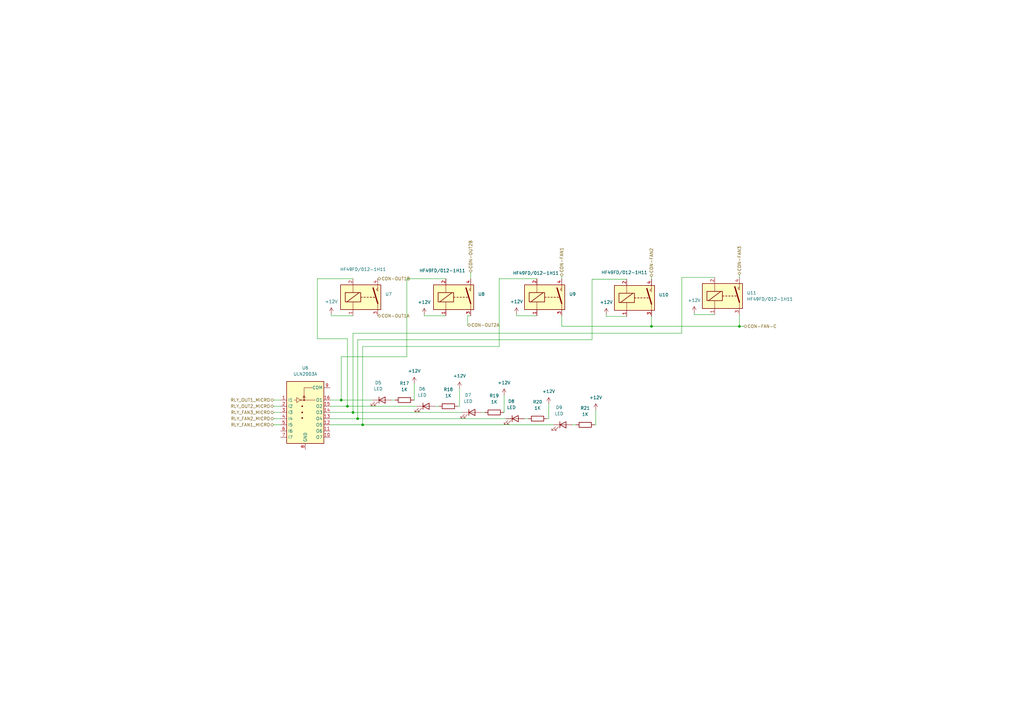
<source format=kicad_sch>
(kicad_sch (version 20230121) (generator eeschema)
  (paper "A3")
  (lib_symbols
    (symbol "Device:LED" (pin_numbers hide) (pin_names (offset 1.016) hide)
      (property "Reference" "D" (at 0 2.54 0))
      (property "Value" "LED" (at 0 -2.54 0))
      (symbol "LED_0_1"
        (polyline (pts (xy -1.27 -1.27) (xy -1.27 1.27)) (stroke (width 0.254)))
        (polyline (pts (xy -1.27 0) (xy 1.27 0)))
        (polyline (pts (xy 1.27 -1.27) (xy 1.27 1.27) (xy -1.27 0) (xy 1.27 -1.27)) (stroke (width 0.254)))
        (polyline (pts (xy -3.048 -0.762) (xy -4.572 -2.286) (xy -3.81 -2.286) (xy -4.572 -2.286) (xy -4.572 -1.524)))
        (polyline (pts (xy -1.778 -0.762) (xy -3.302 -2.286) (xy -2.54 -2.286) (xy -3.302 -2.286) (xy -3.302 -1.524)))
      )
      (symbol "LED_1_1"
        (pin passive line (at -3.81 0 0) (length 2.54) (name "K") (number "1"))
        (pin passive line (at 3.81 0 180) (length 2.54) (name "A") (number "2"))
      )
    )
    (symbol "Device:R" (pin_numbers hide) (pin_names (offset 0))
      (property "Reference" "R" (at 2.032 0 90))
      (property "Value" "R" (at 0 0 90))
      (symbol "R_0_1"
        (rectangle (start -1.016 -2.54) (end 1.016 2.54) (stroke (width 0.254)))
      )
      (symbol "R_1_1"
        (pin passive line (at 0 3.81 270) (length 1.27) (name "~") (number "1"))
        (pin passive line (at 0 -3.81 90) (length 1.27) (name "~") (number "2"))
      )
    )
    (symbol "Transistor_Array:ULN2003A"
      (property "Reference" "U" (at 0 15.875 0))
      (property "Value" "ULN2003A" (at 0 13.97 0))
      (symbol "ULN2003A_0_1"
        (rectangle (start -7.62 -12.7) (end 7.62 12.7) (stroke (width 0.254)) (fill (type background)))
        (circle (center -1.778 5.08) (radius 0.254))
        (circle (center -1.27 -2.286) (radius 0.254) (fill (type outline)))
        (circle (center -1.27 0) (radius 0.254) (fill (type outline)))
        (circle (center -1.27 2.54) (radius 0.254) (fill (type outline)))
        (circle (center -0.508 5.08) (radius 0.254) (fill (type outline)))
        (polyline (pts (xy -4.572 5.08) (xy -3.556 5.08)))
        (polyline (pts (xy -1.524 5.08) (xy 4.064 5.08)))
        (polyline (pts (xy 0 6.731) (xy -1.016 6.731)))
        (polyline (pts (xy -0.508 5.08) (xy -0.508 10.16) (xy 2.921 10.16)))
        (polyline (pts (xy -3.556 6.096) (xy -3.556 4.064) (xy -2.032 5.08) (xy -3.556 6.096)))
        (polyline (pts (xy 0 5.969) (xy -1.016 5.969) (xy -0.508 6.731) (xy 0 5.969)))
      )
      (symbol "ULN2003A_1_1"
        (pin input line (at -10.16 5.08 0) (length 2.54) (name "I1") (number "1"))
        (pin open_collector line (at 10.16 -10.16 180) (length 2.54) (name "O7") (number "10"))
        (pin open_collector line (at 10.16 -7.62 180) (length 2.54) (name "O6") (number "11"))
        (pin open_collector line (at 10.16 -5.08 180) (length 2.54) (name "O5") (number "12"))
        (pin open_collector line (at 10.16 -2.54 180) (length 2.54) (name "O4") (number "13"))
        (pin open_collector line (at 10.16 0 180) (length 2.54) (name "O3") (number "14"))
        (pin open_collector line (at 10.16 2.54 180) (length 2.54) (name "O2") (number "15"))
        (pin open_collector line (at 10.16 5.08 180) (length 2.54) (name "O1") (number "16"))
        (pin input line (at -10.16 2.54 0) (length 2.54) (name "I2") (number "2"))
        (pin input line (at -10.16 0 0) (length 2.54) (name "I3") (number "3"))
        (pin input line (at -10.16 -2.54 0) (length 2.54) (name "I4") (number "4"))
        (pin input line (at -10.16 -5.08 0) (length 2.54) (name "I5") (number "5"))
        (pin input line (at -10.16 -7.62 0) (length 2.54) (name "I6") (number "6"))
        (pin input line (at -10.16 -10.16 0) (length 2.54) (name "I7") (number "7"))
        (pin power_in line (at 0 -15.24 90) (length 2.54) (name "GND") (number "8"))
        (pin passive line (at 10.16 10.16 180) (length 2.54) (name "COM") (number "9"))
      )
    )
    (symbol "nuevos simvolos:AZ921"
      (property "Reference" "U" (at -12.7 1.27 0))
      (property "Value" "AZ921" (at -12.7 -1.27 0))
      (symbol "AZ921_0_0"
        (polyline (pts (xy 6.35 5.08) (xy 6.35 2.54) (xy 5.715 3.175) (xy 6.35 3.81)))
      )
      (symbol "AZ921_0_1"
        (rectangle (start -8.89 5.08) (end 7.62 -5.08) (stroke (width 0.254)) (fill (type background)))
        (rectangle (start -6.985 1.905) (end -0.635 -1.905) (stroke (width 0.254)))
        (polyline (pts (xy -6.35 -1.905) (xy -1.27 1.905)) (stroke (width 0.254)))
        (polyline (pts (xy -3.81 -5.08) (xy -3.81 -1.905)))
        (polyline (pts (xy -3.81 5.08) (xy -3.81 1.905)))
        (polyline (pts (xy -0.635 0) (xy 0 0)) (stroke (width 0.254)))
        (polyline (pts (xy 0.635 0) (xy 1.27 0)) (stroke (width 0.254)))
        (polyline (pts (xy 1.905 0) (xy 2.54 0)) (stroke (width 0.254)))
        (polyline (pts (xy 3.175 0) (xy 3.81 0)) (stroke (width 0.254)))
        (polyline (pts (xy 4.445 0) (xy 5.08 0)) (stroke (width 0.254)))
        (polyline (pts (xy 6.35 -2.54) (xy 4.445 3.81)) (stroke (width 0.508)))
        (polyline (pts (xy 6.35 -2.54) (xy 6.35 -5.08)))
      )
      (symbol "AZ921_1_1"
        (pin passive line (at -3.81 -7.62 90) (length 2.54) (name "~") (number "1"))
        (pin passive line (at -3.81 7.62 270) (length 2.54) (name "~") (number "2"))
        (pin passive line (at 6.35 -7.62 90) (length 2.54) (name "~") (number "3"))
        (pin passive line (at 6.35 7.62 270) (length 2.54) (name "~") (number "4"))
      )
    )
    (symbol "power:+12V" (power) (pin_names (offset 0))
      (property "Value" "+12V" (at 0 3.556 0))
      (symbol "+12V_0_1"
        (polyline (pts (xy -0.762 1.27) (xy 0 2.54)))
        (polyline (pts (xy 0 0) (xy 0 2.54)))
        (polyline (pts (xy 0 2.54) (xy 0.762 1.27)))
      )
      (symbol "+12V_1_1"
        (pin power_in line (at 0 0 90) (length 0) hide (name "+12V") (number "1"))
      )
    )
  )
  (junction (at 146.685 171.704))
  (junction (at 267.208 133.858))
  (junction (at 144.78 169.164))
  (junction (at 139.954 164.084))
  (junction (at 142.494 166.624))
  (junction (at 148.717 174.244))
  (junction (at 303.276 133.858))
  (wire (pts (xy 204.724 114.3) (xy 204.724 142.113)))
  (wire (pts (xy 144.78 136.652) (xy 144.78 169.164)))
  (wire (pts (xy 188.468 159.258) (xy 188.468 166.624)))
  (wire (pts (xy 166.878 114.3) (xy 166.878 146.304)))
  (wire (pts (xy 191.77 133.35) (xy 191.77 129.54)))
  (wire (pts (xy 220.218 129.54) (xy 211.836 129.54)))
  (wire (pts (xy 284.734 128.27) (xy 284.734 129.032)))
  (wire (pts (xy 130.175 114.3) (xy 130.175 138.938)))
  (wire (pts (xy 279.654 136.652) (xy 144.78 136.652)))
  (wire (pts (xy 182.88 114.3) (xy 166.878 114.3)))
  (wire (pts (xy 257.048 114.554) (xy 242.824 114.554)))
  (wire (pts (xy 112.268 174.244) (xy 115.062 174.244)))
  (wire (pts (xy 135.382 164.084) (xy 139.954 164.084)))
  (wire (pts (xy 144.78 129.54) (xy 135.89 129.54)))
  (wire (pts (xy 112.268 171.704) (xy 115.062 171.704)))
  (wire (pts (xy 267.208 129.794) (xy 267.208 133.858)))
  (wire (pts (xy 135.382 171.704) (xy 146.685 171.704)))
  (wire (pts (xy 244.348 168.148) (xy 244.348 174.244)))
  (wire (pts (xy 248.666 129.794) (xy 248.666 129.032)))
  (wire (pts (xy 225.044 165.608) (xy 225.044 171.704)))
  (wire (pts (xy 197.358 169.164) (xy 198.882 169.164)))
  (wire (pts (xy 146.685 171.704) (xy 207.518 171.704)))
  (wire (pts (xy 257.048 129.794) (xy 248.666 129.794)))
  (wire (pts (xy 225.044 171.704) (xy 224.282 171.704)))
  (wire (pts (xy 144.78 169.164) (xy 189.738 169.164)))
  (wire (pts (xy 135.382 174.244) (xy 148.717 174.244)))
  (wire (pts (xy 142.494 138.938) (xy 142.494 166.624)))
  (wire (pts (xy 303.276 112.776) (xy 303.276 113.792)))
  (wire (pts (xy 173.99 129.54) (xy 173.99 129.032)))
  (wire (pts (xy 135.89 129.54) (xy 135.89 128.778)))
  (wire (pts (xy 244.348 174.244) (xy 243.84 174.244)))
  (wire (pts (xy 146.685 139.319) (xy 146.685 171.704)))
  (wire (pts (xy 178.562 166.624) (xy 180.086 166.624)))
  (wire (pts (xy 211.836 129.54) (xy 211.836 128.778)))
  (wire (pts (xy 135.382 169.164) (xy 144.78 169.164)))
  (wire (pts (xy 188.468 166.624) (xy 187.706 166.624)))
  (wire (pts (xy 284.734 129.032) (xy 293.116 129.032)))
  (wire (pts (xy 160.528 164.084) (xy 162.052 164.084)))
  (wire (pts (xy 148.717 174.244) (xy 227.076 174.244)))
  (wire (pts (xy 139.954 164.084) (xy 152.908 164.084)))
  (wire (pts (xy 130.175 138.938) (xy 142.494 138.938)))
  (wire (pts (xy 112.268 164.084) (xy 115.062 164.084)))
  (wire (pts (xy 182.88 129.54) (xy 173.99 129.54)))
  (wire (pts (xy 206.756 162.052) (xy 206.756 169.164)))
  (wire (pts (xy 142.494 166.624) (xy 170.942 166.624)))
  (wire (pts (xy 112.268 169.164) (xy 115.062 169.164)))
  (wire (pts (xy 144.78 114.3) (xy 130.175 114.3)))
  (wire (pts (xy 139.954 146.304) (xy 139.954 164.084)))
  (wire (pts (xy 303.276 133.858) (xy 303.276 129.032)))
  (wire (pts (xy 206.756 169.164) (xy 206.502 169.164)))
  (wire (pts (xy 242.824 139.319) (xy 146.685 139.319)))
  (wire (pts (xy 204.724 142.113) (xy 148.717 142.113)))
  (wire (pts (xy 230.378 113.284) (xy 230.378 114.3)))
  (wire (pts (xy 166.878 146.304) (xy 139.954 146.304)))
  (wire (pts (xy 135.382 166.624) (xy 142.494 166.624)))
  (wire (pts (xy 267.208 113.538) (xy 267.208 114.554)))
  (wire (pts (xy 169.926 157.226) (xy 169.926 164.084)))
  (wire (pts (xy 112.268 166.624) (xy 115.062 166.624)))
  (wire (pts (xy 303.276 133.858) (xy 305.054 133.858)))
  (wire (pts (xy 242.824 114.554) (xy 242.824 139.319)))
  (wire (pts (xy 191.77 129.54) (xy 193.04 129.54)))
  (wire (pts (xy 279.654 113.792) (xy 279.654 136.652)))
  (wire (pts (xy 193.04 111.76) (xy 193.04 114.3)))
  (wire (pts (xy 293.116 113.792) (xy 279.654 113.792)))
  (wire (pts (xy 148.717 142.113) (xy 148.717 174.244)))
  (wire (pts (xy 215.138 171.704) (xy 216.662 171.704)))
  (wire (pts (xy 230.378 133.858) (xy 267.208 133.858)))
  (wire (pts (xy 230.378 129.54) (xy 230.378 133.858)))
  (wire (pts (xy 267.208 133.858) (xy 303.276 133.858)))
  (wire (pts (xy 204.724 114.3) (xy 220.218 114.3)))
  (wire (pts (xy 234.696 174.244) (xy 236.22 174.244)))
  (wire (pts (xy 169.926 164.084) (xy 169.672 164.084)))
  (hierarchical_label "RLY_OUT1_MICRO" (shape bidirectional) (at 112.268 164.084 180))
  (hierarchical_label "CON-FAN1" (shape bidirectional) (at 230.378 113.284 90))
  (hierarchical_label "CON-OUT2B" (shape bidirectional) (at 193.04 111.76 90))
  (hierarchical_label "RLY_FAN2_MICRO" (shape bidirectional) (at 112.268 171.704 180))
  (hierarchical_label "RLY_OUT2_MICRO" (shape bidirectional) (at 112.268 166.624 180))
  (hierarchical_label "RLY_FAN1_MICRO" (shape bidirectional) (at 112.268 174.244 180))
  (hierarchical_label "CON-OUT2A" (shape bidirectional) (at 191.77 133.35 0))
  (hierarchical_label "CON-OUT1A" (shape bidirectional) (at 154.94 129.54 0))
  (hierarchical_label "CON-FAN2" (shape bidirectional) (at 267.208 113.538 90))
  (hierarchical_label "RLY_FAN3_MICRO" (shape bidirectional) (at 112.268 169.164 180))
  (hierarchical_label "CON-FAN-C" (shape bidirectional) (at 305.054 133.858 0))
  (hierarchical_label "CON-OUT1B" (shape bidirectional) (at 154.94 114.3 0))
  (hierarchical_label "CON-FAN3" (shape bidirectional) (at 303.276 112.776 90))
  (symbol (lib_id "power:+12V") (at 173.99 129.032 0) (unit 1)
    (property "Reference" "#PWR0121" (effects hide))
    (property "Value" "+12V" (at 173.99 123.952 0))
  )
  (symbol (lib_id "nuevos simvolos:AZ921") (at 296.926 121.412 0) (unit 1)
    (property "Reference" "U11" (at 306.324 120.1419 0) (effects (justify left)))
    (property "Value" "HF49FD/012-1H11" (at 306.324 122.6819 0) (effects (justify left)))
    (property "Footprint" "nuevo simbolo:AZ921" (effects hide))
    (property "Part_Number" "HF49FD/012-1H11" (effects hide))
  )
  (symbol (lib_id "Device:R") (at 220.472 171.704 90) (unit 1)
    (property "Reference" "R20" (at 220.472 164.846 90))
    (property "Value" "1K" (at 220.472 167.386 90))
    (property "Footprint" "Resistor_SMD:R_0805_2012Metric" (effects hide))
    (property "Part_Number" "0805W8F1001T5E" (effects hide))
  )
  (symbol (lib_id "power:+12V") (at 211.836 128.778 0) (unit 1)
    (property "Reference" "#PWR0128" (effects hide))
    (property "Value" "+12V" (at 211.836 123.698 0))
  )
  (symbol (lib_id "Device:LED") (at 211.328 171.704 0) (unit 1)
    (property "Reference" "D8" (at 209.7405 164.592 0))
    (property "Value" "LED" (at 209.7405 167.132 0))
    (property "Footprint" "LED_SMD:LED_0805_2012Metric" (effects hide))
    (property "Part_Number" "NCD0805R1" (effects hide))
  )
  (symbol (lib_id "Device:LED") (at 174.752 166.624 0) (unit 1)
    (property "Reference" "D6" (at 173.1645 159.512 0))
    (property "Value" "LED" (at 173.1645 162.052 0))
    (property "Footprint" "LED_SMD:LED_0805_2012Metric" (effects hide))
    (property "Part_Number" "NCD0805R1" (effects hide))
  )
  (symbol (lib_id "Device:R") (at 165.862 164.084 90) (unit 1)
    (property "Reference" "R17" (at 165.862 157.226 90))
    (property "Value" "1K" (at 165.862 159.766 90))
    (property "Footprint" "Resistor_SMD:R_0805_2012Metric" (effects hide))
    (property "Part_Number" "0805W8F1001T5E" (effects hide))
  )
  (symbol (lib_id "power:+12V") (at 169.926 157.226 0) (unit 1)
    (property "Reference" "#PWR0123" (effects hide))
    (property "Value" "+12V" (at 169.926 152.146 0))
  )
  (symbol (lib_id "power:+12V") (at 135.89 128.778 0) (unit 1)
    (property "Reference" "#PWR0126" (effects hide))
    (property "Value" "+12V" (at 135.89 123.698 0))
  )
  (symbol (lib_id "power:+12V") (at 188.468 159.258 0) (unit 1)
    (property "Reference" "#PWR0122" (effects hide))
    (property "Value" "+12V" (at 188.468 154.178 0))
  )
  (symbol (lib_id "nuevos simvolos:AZ921") (at 186.69 121.92 0) (unit 1)
    (property "Reference" "U8" (at 196.088 120.6499 0) (effects (justify left)))
    (property "Value" "HF49FD/012-1H11" (at 171.958 110.998 0) (effects (justify left)))
    (property "Footprint" "nuevo simbolo:AZ921" (effects hide))
    (property "Part_Number" "HF49FD/012-1H11" (effects hide))
  )
  (symbol (lib_id "Device:LED") (at 156.718 164.084 0) (unit 1)
    (property "Reference" "D5" (at 155.1305 156.972 0))
    (property "Value" "LED" (at 155.1305 159.512 0))
    (property "Footprint" "LED_SMD:LED_0805_2012Metric" (effects hide))
    (property "Part_Number" "NCD0805R1" (effects hide))
  )
  (symbol (lib_id "Device:R") (at 240.03 174.244 90) (unit 1)
    (property "Reference" "R21" (at 240.03 167.386 90))
    (property "Value" "1K" (at 240.03 169.926 90))
    (property "Footprint" "Resistor_SMD:R_0805_2012Metric" (effects hide))
    (property "Part_Number" "0805W8F1001T5E" (effects hide))
  )
  (symbol (lib_id "Transistor_Array:ULN2003A") (at 125.222 169.164 0) (unit 1)
    (property "Reference" "U6" (at 125.222 150.876 0))
    (property "Value" "ULN2003A" (at 125.222 153.416 0))
    (property "Footprint" "Package_SO:SOIC-16_3.9x9.9mm_P1.27mm" (effects hide))
    (property "Part_Number" "ULN2003A" (effects hide))
  )
  (symbol (lib_id "power:+12V") (at 284.734 128.27 0) (unit 1)
    (property "Reference" "#PWR0124" (effects hide))
    (property "Value" "+12V" (at 284.734 123.19 0))
  )
  (symbol (lib_id "power:+12V") (at 244.348 168.148 0) (unit 1)
    (property "Reference" "#PWR0129" (effects hide))
    (property "Value" "+12V" (at 244.348 163.068 0))
  )
  (symbol (lib_id "Device:LED") (at 230.886 174.244 0) (unit 1)
    (property "Reference" "D9" (at 229.2985 167.132 0))
    (property "Value" "LED" (at 229.2985 169.672 0))
    (property "Footprint" "LED_SMD:LED_0805_2012Metric" (effects hide))
    (property "Part_Number" "NCD0805R1" (effects hide))
  )
  (symbol (lib_id "nuevos simvolos:AZ921") (at 224.028 121.92 0) (unit 1)
    (property "Reference" "U9" (at 233.426 120.6499 0) (effects (justify left)))
    (property "Value" "HF49FD/012-1H11" (at 210.312 112.014 0) (effects (justify left)))
    (property "Footprint" "nuevo simbolo:AZ921" (effects hide))
    (property "Part_Number" "HF49FD/012-1H11" (effects hide))
  )
  (symbol (lib_id "nuevos simvolos:AZ921") (at 260.858 122.174 0) (unit 1)
    (property "Reference" "U10" (at 270.256 120.9039 0) (effects (justify left)))
    (property "Value" "HF49FD/012-1H11" (at 246.634 111.76 0) (effects (justify left)))
    (property "Footprint" "nuevo simbolo:AZ921" (effects hide))
    (property "Part_Number" "HF49FD/012-1H11" (effects hide))
  )
  (symbol (lib_id "Device:LED") (at 193.548 169.164 0) (unit 1)
    (property "Reference" "D7" (at 191.9605 162.052 0))
    (property "Value" "LED" (at 191.9605 164.592 0))
    (property "Footprint" "LED_SMD:LED_0805_2012Metric" (effects hide))
    (property "Part_Number" "NCD0805R1" (effects hide))
  )
  (symbol (lib_id "Device:R") (at 202.692 169.164 90) (unit 1)
    (property "Reference" "R19" (at 202.692 162.306 90))
    (property "Value" "1K" (at 202.692 164.846 90))
    (property "Footprint" "Resistor_SMD:R_0805_2012Metric" (effects hide))
    (property "Part_Number" "0805W8F1001T5E" (effects hide))
  )
  (symbol (lib_id "Device:R") (at 183.896 166.624 90) (unit 1)
    (property "Reference" "R18" (at 183.896 159.766 90))
    (property "Value" "1K" (at 183.896 162.306 90))
    (property "Footprint" "Resistor_SMD:R_0805_2012Metric" (effects hide))
    (property "Part_Number" "0805W8F1001T5E" (effects hide))
  )
  (symbol (lib_id "power:+12V") (at 225.044 165.608 0) (unit 1)
    (property "Reference" "#PWR0130" (effects hide))
    (property "Value" "+12V" (at 225.044 160.528 0))
  )
  (symbol (lib_id "nuevos simvolos:AZ921") (at 148.59 121.92 0) (unit 1)
    (property "Reference" "U7" (at 157.988 120.6499 0) (effects (justify left)))
    (property "Value" "HF49FD/012-1H11" (at 139.446 110.49 0) (effects (justify left)))
    (property "Footprint" "nuevo simbolo:AZ921" (effects hide))
    (property "Part_Number" "HF49FD/012-1H11" (effects hide))
  )
  (symbol (lib_id "power:+12V") (at 248.666 129.032 0) (unit 1)
    (property "Reference" "#PWR0125" (effects hide))
    (property "Value" "+12V" (at 248.666 123.952 0))
  )
  (symbol (lib_id "power:+12V") (at 206.756 162.052 0) (unit 1)
    (property "Reference" "#PWR0127" (effects hide))
    (property "Value" "+12V" (at 206.756 156.972 0))
  )
)
</source>
